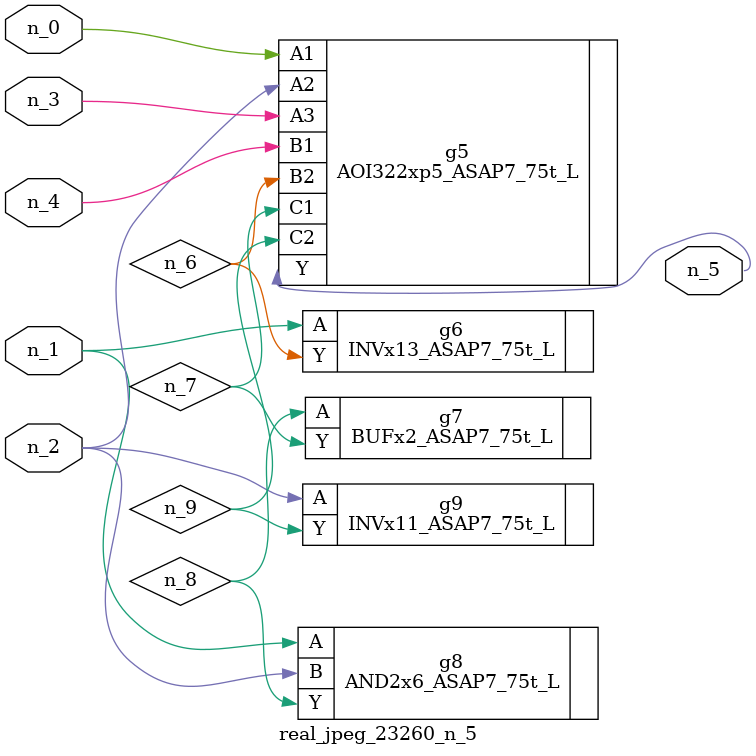
<source format=v>
module real_jpeg_23260_n_5 (n_4, n_0, n_1, n_2, n_3, n_5);

input n_4;
input n_0;
input n_1;
input n_2;
input n_3;

output n_5;

wire n_8;
wire n_6;
wire n_7;
wire n_9;

AOI322xp5_ASAP7_75t_L g5 ( 
.A1(n_0),
.A2(n_2),
.A3(n_3),
.B1(n_4),
.B2(n_6),
.C1(n_7),
.C2(n_9),
.Y(n_5)
);

INVx13_ASAP7_75t_L g6 ( 
.A(n_1),
.Y(n_6)
);

AND2x6_ASAP7_75t_L g8 ( 
.A(n_1),
.B(n_2),
.Y(n_8)
);

INVx11_ASAP7_75t_L g9 ( 
.A(n_2),
.Y(n_9)
);

BUFx2_ASAP7_75t_L g7 ( 
.A(n_8),
.Y(n_7)
);


endmodule
</source>
